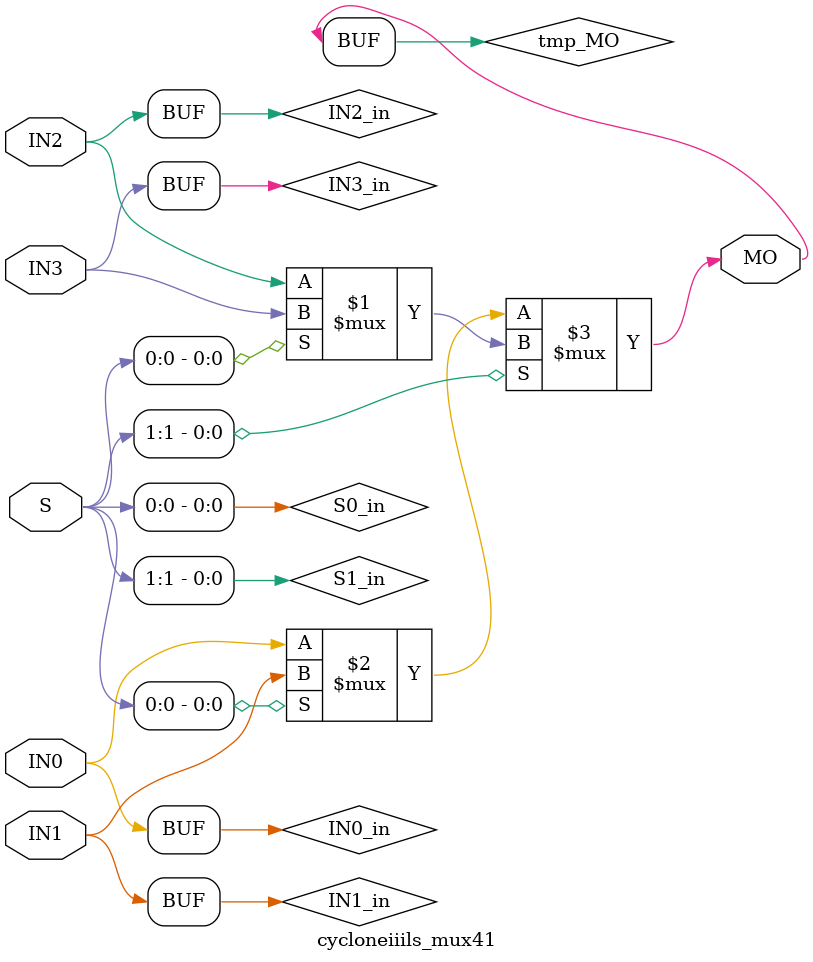
<source format=v>
module cycloneiiils_mux41 (MO, IN0, IN1, IN2, IN3, S);
   input IN0;
   input IN1;
   input IN2;
   input IN3;
   input [1:0] S;
   output MO;
   wire IN0_in;
   wire IN1_in;
   wire IN2_in;
   wire IN3_in;
   wire S1_in;
   wire S0_in;
   buf(IN0_in, IN0);
   buf(IN1_in, IN1);
   buf(IN2_in, IN2);
   buf(IN3_in, IN3);
   buf(S1_in, S[1]);
   buf(S0_in, S[0]);
   wire   tmp_MO;
   specify
      (IN0 => MO) = (0, 0);
      (IN1 => MO) = (0, 0);
      (IN2 => MO) = (0, 0);
      (IN3 => MO) = (0, 0);
      (S[1] => MO) = (0, 0);
      (S[0] => MO) = (0, 0);
   endspecify
   assign tmp_MO = S1_in ? (S0_in ? IN3_in : IN2_in) : (S0_in ? IN1_in : IN0_in);
   buf (MO, tmp_MO);
endmodule
</source>
